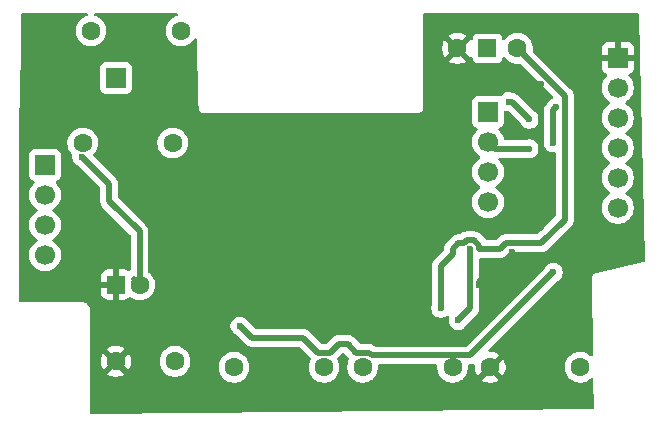
<source format=gbr>
%TF.GenerationSoftware,KiCad,Pcbnew,9.0.7*%
%TF.CreationDate,2026-02-17T01:21:17-06:00*%
%TF.ProjectId,Esp12-F,45737031-322d-4462-9e6b-696361645f70,rev?*%
%TF.SameCoordinates,Original*%
%TF.FileFunction,Copper,L2,Bot*%
%TF.FilePolarity,Positive*%
%FSLAX46Y46*%
G04 Gerber Fmt 4.6, Leading zero omitted, Abs format (unit mm)*
G04 Created by KiCad (PCBNEW 9.0.7) date 2026-02-17 01:21:17*
%MOMM*%
%LPD*%
G01*
G04 APERTURE LIST*
G04 Aperture macros list*
%AMRoundRect*
0 Rectangle with rounded corners*
0 $1 Rounding radius*
0 $2 $3 $4 $5 $6 $7 $8 $9 X,Y pos of 4 corners*
0 Add a 4 corners polygon primitive as box body*
4,1,4,$2,$3,$4,$5,$6,$7,$8,$9,$2,$3,0*
0 Add four circle primitives for the rounded corners*
1,1,$1+$1,$2,$3*
1,1,$1+$1,$4,$5*
1,1,$1+$1,$6,$7*
1,1,$1+$1,$8,$9*
0 Add four rect primitives between the rounded corners*
20,1,$1+$1,$2,$3,$4,$5,0*
20,1,$1+$1,$4,$5,$6,$7,0*
20,1,$1+$1,$6,$7,$8,$9,0*
20,1,$1+$1,$8,$9,$2,$3,0*%
G04 Aperture macros list end*
%TA.AperFunction,ComponentPad*%
%ADD10C,1.600000*%
%TD*%
%TA.AperFunction,ComponentPad*%
%ADD11RoundRect,0.250000X-0.550000X-0.550000X0.550000X-0.550000X0.550000X0.550000X-0.550000X0.550000X0*%
%TD*%
%TA.AperFunction,ComponentPad*%
%ADD12R,1.700000X1.700000*%
%TD*%
%TA.AperFunction,ComponentPad*%
%ADD13C,1.700000*%
%TD*%
%TA.AperFunction,ComponentPad*%
%ADD14R,1.500000X1.500000*%
%TD*%
%TA.AperFunction,ViaPad*%
%ADD15C,0.600000*%
%TD*%
%TA.AperFunction,Conductor*%
%ADD16C,0.500000*%
%TD*%
G04 APERTURE END LIST*
D10*
%TO.P,C2,1*%
%TO.N,GND*%
X122000000Y-107000000D03*
%TO.P,C2,2*%
%TO.N,3.3V*%
X127000000Y-107000000D03*
%TD*%
%TO.P,R3,1*%
%TO.N,GND*%
X153690000Y-107500000D03*
%TO.P,R3,2*%
%TO.N,Net-(U1-GPIO15)*%
X161310000Y-107500000D03*
%TD*%
D11*
%TO.P,C1,1*%
%TO.N,GND*%
X122000000Y-100500000D03*
D10*
%TO.P,C1,2*%
%TO.N,3.3V*%
X124000000Y-100500000D03*
%TD*%
D12*
%TO.P,J3,1,Pin_1*%
%TO.N,Net-(J3-Pin_1)*%
X116000000Y-90380000D03*
D13*
%TO.P,J3,2,Pin_2*%
%TO.N,Net-(J3-Pin_2)*%
X116000000Y-92920000D03*
%TO.P,J3,3,Pin_3*%
%TO.N,Net-(J3-Pin_3)*%
X116000000Y-95460000D03*
%TO.P,J3,4,Pin_4*%
%TO.N,Net-(J3-Pin_4)*%
X116000000Y-98000000D03*
%TD*%
D12*
%TO.P,J1,1,Pin_1*%
%TO.N,GND*%
X164500000Y-81300000D03*
D13*
%TO.P,J1,2,Pin_2*%
%TO.N,unconnected-(J1-Pin_2-Pad2)*%
X164500000Y-83840000D03*
%TO.P,J1,3,Pin_3*%
%TO.N,Net-(J1-Pin_3)*%
X164500000Y-86380000D03*
%TO.P,J1,4,Pin_4*%
%TO.N,Net-(J1-Pin_4)*%
X164500000Y-88920000D03*
%TO.P,J1,5,Pin_5*%
%TO.N,unconnected-(J1-Pin_5-Pad5)*%
X164500000Y-91460000D03*
%TO.P,J1,6,Pin_6*%
%TO.N,3.3V*%
X164500000Y-94000000D03*
%TD*%
D12*
%TO.P,J6,1,Pin_1*%
%TO.N,Net-(J1-Pin_4)*%
X153500000Y-85880000D03*
D13*
%TO.P,J6,2,Pin_2*%
%TO.N,Net-(J1-Pin_3)*%
X153500000Y-88420000D03*
%TO.P,J6,3,Pin_3*%
%TO.N,Net-(J6-Pin_3)*%
X153500000Y-90960000D03*
%TO.P,J6,4,Pin_4*%
%TO.N,Net-(J6-Pin_4)*%
X153500000Y-93500000D03*
%TD*%
D14*
%TO.P,SW2,1,A*%
%TO.N,Net-(SW2-A)*%
X153460000Y-80500000D03*
D10*
%TO.P,SW2,2,B*%
%TO.N,GND*%
X150920000Y-80500000D03*
%TO.P,SW2,3,C*%
%TO.N,Net-(SW2-C)*%
X156000000Y-80500000D03*
%TD*%
%TO.P,R2,1*%
%TO.N,3.3V*%
X119880000Y-79000000D03*
%TO.P,R2,2*%
%TO.N,Net-(U1-~{RST})*%
X127500000Y-79000000D03*
%TD*%
%TO.P,R4,1*%
%TO.N,3.3V*%
X150500000Y-107500000D03*
%TO.P,R4,2*%
%TO.N,Net-(U1-GPIO2)*%
X142880000Y-107500000D03*
%TD*%
%TO.P,R1,1*%
%TO.N,3.3V*%
X119190000Y-88500000D03*
%TO.P,R1,2*%
%TO.N,Net-(U1-EN)*%
X126810000Y-88500000D03*
%TD*%
D12*
%TO.P,RST,1,Pin_1*%
%TO.N,Net-(J9-Pin_1)*%
X122000000Y-83000000D03*
%TD*%
D10*
%TO.P,R5,1*%
%TO.N,3.3V*%
X132000000Y-107500000D03*
%TO.P,R5,2*%
%TO.N,Net-(SW2-C)*%
X139620000Y-107500000D03*
%TD*%
D15*
%TO.N,3.3V*%
X132500000Y-104000000D03*
X159030331Y-99469669D03*
X119105849Y-89664813D03*
%TO.N,GND*%
X155000000Y-83500000D03*
X152750000Y-100500000D03*
X158000000Y-95500000D03*
X157969669Y-83530331D03*
X155500000Y-97750000D03*
%TO.N,Net-(U1-GPIO2)*%
X150969669Y-103530331D03*
X152000000Y-97500000D03*
%TO.N,Net-(SW2-C)*%
X149500000Y-102500000D03*
%TO.N,Net-(J1-Pin_4)*%
X157000000Y-86500000D03*
X155250000Y-85000000D03*
%TO.N,Net-(J1-Pin_3)*%
X157000000Y-89000000D03*
X159000000Y-88500000D03*
X159250000Y-85500000D03*
%TD*%
D16*
%TO.N,3.3V*%
X121441036Y-93441036D02*
X124000000Y-96000000D01*
X143649182Y-106500000D02*
X143398182Y-106249000D01*
X123500000Y-100000000D02*
X124000000Y-100500000D01*
X139101818Y-106249000D02*
X137852818Y-105000000D01*
X141612818Y-105500000D02*
X140887182Y-105500000D01*
X140887182Y-105500000D02*
X140138182Y-106249000D01*
X143398182Y-106249000D02*
X142361818Y-106249000D01*
X142361818Y-106249000D02*
X141612818Y-105500000D01*
X159030331Y-99469669D02*
X152000000Y-106500000D01*
X152000000Y-106500000D02*
X143649182Y-106500000D01*
X124000000Y-96000000D02*
X124000000Y-100500000D01*
X137852818Y-105000000D02*
X133500000Y-105000000D01*
X140138182Y-106249000D02*
X139101818Y-106249000D01*
X121441036Y-92000000D02*
X121441036Y-93441036D01*
X133500000Y-105000000D02*
X132500000Y-104000000D01*
X119105849Y-89664813D02*
X121441036Y-92000000D01*
%TO.N,GND*%
X153500000Y-99500000D02*
X152701000Y-100299000D01*
X152701000Y-100500000D02*
X152750000Y-100500000D01*
X155000000Y-99500000D02*
X153500000Y-99500000D01*
X158000000Y-86000000D02*
X156750000Y-84750000D01*
X155500000Y-97750000D02*
X155500000Y-99000000D01*
X156750000Y-84750000D02*
X155500000Y-83500000D01*
X158000000Y-95500000D02*
X158000000Y-86000000D01*
X156750000Y-84750000D02*
X157969669Y-83530331D01*
X158000000Y-95500000D02*
X158000000Y-95719669D01*
X155500000Y-99000000D02*
X155000000Y-99500000D01*
X152701000Y-100299000D02*
X152701000Y-100500000D01*
X155500000Y-83500000D02*
X155000000Y-83500000D01*
%TO.N,Net-(U1-GPIO2)*%
X150969669Y-103530331D02*
X152000000Y-102500000D01*
X152000000Y-102500000D02*
X152000000Y-97500000D01*
%TO.N,Net-(SW2-C)*%
X150500000Y-97500000D02*
X151000000Y-97000000D01*
X151000000Y-97000000D02*
X151437925Y-97000000D01*
X152311075Y-96749000D02*
X152751000Y-97188925D01*
X160000000Y-84500000D02*
X156000000Y-80500000D01*
X155000000Y-97000000D02*
X158000000Y-97000000D01*
X152751000Y-97500000D02*
X154500000Y-97500000D01*
X150500000Y-97937925D02*
X150500000Y-97500000D01*
X160000000Y-95000000D02*
X160000000Y-84500000D01*
X151437925Y-97000000D02*
X151688925Y-96749000D01*
X151688925Y-96749000D02*
X152311075Y-96749000D01*
X154500000Y-97500000D02*
X155000000Y-97000000D01*
X152751000Y-97188925D02*
X152751000Y-97500000D01*
X149500000Y-98937925D02*
X150500000Y-97937925D01*
X158000000Y-97000000D02*
X160000000Y-95000000D01*
X149500000Y-102500000D02*
X149500000Y-98937925D01*
%TO.N,Net-(J1-Pin_4)*%
X155250000Y-85000000D02*
X155500000Y-85000000D01*
X155500000Y-85000000D02*
X157000000Y-86500000D01*
%TO.N,Net-(J1-Pin_3)*%
X159000000Y-85750000D02*
X159000000Y-88500000D01*
X157000000Y-89000000D02*
X154080000Y-89000000D01*
X154080000Y-89000000D02*
X153500000Y-88420000D01*
X159250000Y-85500000D02*
X159000000Y-85750000D01*
%TD*%
%TA.AperFunction,Conductor*%
%TO.N,GND*%
G36*
X119570614Y-77520185D02*
G01*
X119616369Y-77572989D01*
X119626313Y-77642147D01*
X119597288Y-77705703D01*
X119541894Y-77742431D01*
X119380776Y-77794781D01*
X119198386Y-77887715D01*
X119032786Y-78008028D01*
X118888028Y-78152786D01*
X118767715Y-78318386D01*
X118674781Y-78500776D01*
X118611522Y-78695465D01*
X118579500Y-78897648D01*
X118579500Y-79102351D01*
X118611522Y-79304534D01*
X118674781Y-79499223D01*
X118679271Y-79508034D01*
X118765959Y-79678168D01*
X118767715Y-79681613D01*
X118888028Y-79847213D01*
X119032786Y-79991971D01*
X119171585Y-80092812D01*
X119198390Y-80112287D01*
X119314607Y-80171503D01*
X119380776Y-80205218D01*
X119380778Y-80205218D01*
X119380781Y-80205220D01*
X119485137Y-80239127D01*
X119575465Y-80268477D01*
X119676557Y-80284488D01*
X119777648Y-80300500D01*
X119777649Y-80300500D01*
X119982351Y-80300500D01*
X119982352Y-80300500D01*
X120184534Y-80268477D01*
X120379219Y-80205220D01*
X120561610Y-80112287D01*
X120654590Y-80044732D01*
X120727213Y-79991971D01*
X120727215Y-79991968D01*
X120727219Y-79991966D01*
X120871966Y-79847219D01*
X120871968Y-79847215D01*
X120871971Y-79847213D01*
X120938630Y-79755463D01*
X120992287Y-79681610D01*
X121085220Y-79499219D01*
X121148477Y-79304534D01*
X121180500Y-79102352D01*
X121180500Y-78897648D01*
X121148477Y-78695466D01*
X121085220Y-78500781D01*
X121085218Y-78500778D01*
X121085218Y-78500776D01*
X121051503Y-78434607D01*
X120992287Y-78318390D01*
X120961123Y-78275496D01*
X120871971Y-78152786D01*
X120727213Y-78008028D01*
X120561613Y-77887715D01*
X120561612Y-77887714D01*
X120561610Y-77887713D01*
X120504653Y-77858691D01*
X120379223Y-77794781D01*
X120218106Y-77742431D01*
X120160431Y-77702993D01*
X120133233Y-77638634D01*
X120145148Y-77569788D01*
X120192392Y-77518312D01*
X120256425Y-77500500D01*
X127123575Y-77500500D01*
X127190614Y-77520185D01*
X127236369Y-77572989D01*
X127246313Y-77642147D01*
X127217288Y-77705703D01*
X127161894Y-77742431D01*
X127000776Y-77794781D01*
X126818386Y-77887715D01*
X126652786Y-78008028D01*
X126508028Y-78152786D01*
X126387715Y-78318386D01*
X126294781Y-78500776D01*
X126231522Y-78695465D01*
X126199500Y-78897648D01*
X126199500Y-79102351D01*
X126231522Y-79304534D01*
X126294781Y-79499223D01*
X126299271Y-79508034D01*
X126385959Y-79678168D01*
X126387715Y-79681613D01*
X126508028Y-79847213D01*
X126652786Y-79991971D01*
X126791585Y-80092812D01*
X126818390Y-80112287D01*
X126934607Y-80171503D01*
X127000776Y-80205218D01*
X127000778Y-80205218D01*
X127000781Y-80205220D01*
X127105137Y-80239127D01*
X127195465Y-80268477D01*
X127296557Y-80284488D01*
X127397648Y-80300500D01*
X127397649Y-80300500D01*
X127602351Y-80300500D01*
X127602352Y-80300500D01*
X127804534Y-80268477D01*
X127999219Y-80205220D01*
X128181610Y-80112287D01*
X128274590Y-80044732D01*
X128347213Y-79991971D01*
X128347215Y-79991968D01*
X128347219Y-79991966D01*
X128491966Y-79847219D01*
X128491968Y-79847215D01*
X128491971Y-79847213D01*
X128612287Y-79681610D01*
X128614832Y-79677458D01*
X128615991Y-79678168D01*
X128659711Y-79631853D01*
X128727527Y-79615039D01*
X128793668Y-79637559D01*
X128837135Y-79692263D01*
X128846206Y-79735634D01*
X128989454Y-85128443D01*
X128999500Y-85506650D01*
X128999500Y-85565892D01*
X129001246Y-85572411D01*
X129001426Y-85579158D01*
X129001426Y-85579160D01*
X129017807Y-85634387D01*
X129018279Y-85635980D01*
X129033608Y-85693186D01*
X129036982Y-85699030D01*
X129038902Y-85705502D01*
X129038904Y-85705507D01*
X129069015Y-85754601D01*
X129070694Y-85757422D01*
X129099500Y-85807314D01*
X129099504Y-85807318D01*
X129103605Y-85812663D01*
X129107798Y-85817837D01*
X129107800Y-85817839D01*
X129107801Y-85817840D01*
X129150793Y-85858607D01*
X129192686Y-85900500D01*
X129198531Y-85903874D01*
X129203429Y-85908519D01*
X129254071Y-85935991D01*
X129256908Y-85937580D01*
X129306811Y-85966391D01*
X129306813Y-85966391D01*
X129306814Y-85966392D01*
X129309014Y-85966981D01*
X129313334Y-85968138D01*
X129319266Y-85971357D01*
X129376876Y-85985164D01*
X129434108Y-86000500D01*
X129440858Y-86000500D01*
X129447421Y-86002073D01*
X129506645Y-86000500D01*
X147434108Y-86000500D01*
X147565892Y-86000500D01*
X147693186Y-85966392D01*
X147807314Y-85900500D01*
X147900500Y-85807314D01*
X147966392Y-85693186D01*
X148000500Y-85565892D01*
X148000500Y-84982135D01*
X152149500Y-84982135D01*
X152149500Y-86777870D01*
X152149501Y-86777876D01*
X152155908Y-86837483D01*
X152206202Y-86972328D01*
X152206206Y-86972335D01*
X152292452Y-87087544D01*
X152292455Y-87087547D01*
X152407664Y-87173793D01*
X152407671Y-87173797D01*
X152539082Y-87222810D01*
X152595016Y-87264681D01*
X152619433Y-87330145D01*
X152604582Y-87398418D01*
X152583431Y-87426673D01*
X152469889Y-87540215D01*
X152344951Y-87712179D01*
X152248444Y-87901585D01*
X152182753Y-88103760D01*
X152149500Y-88313713D01*
X152149500Y-88526286D01*
X152182319Y-88733501D01*
X152182754Y-88736243D01*
X152242835Y-88921153D01*
X152248444Y-88938414D01*
X152344951Y-89127820D01*
X152469890Y-89299786D01*
X152620213Y-89450109D01*
X152792182Y-89575050D01*
X152800946Y-89579516D01*
X152851742Y-89627491D01*
X152868536Y-89695312D01*
X152845998Y-89761447D01*
X152800946Y-89800484D01*
X152792182Y-89804949D01*
X152620213Y-89929890D01*
X152469890Y-90080213D01*
X152344951Y-90252179D01*
X152248444Y-90441585D01*
X152182753Y-90643760D01*
X152149500Y-90853713D01*
X152149500Y-91066287D01*
X152182754Y-91276243D01*
X152246468Y-91472335D01*
X152248444Y-91478414D01*
X152344951Y-91667820D01*
X152469890Y-91839786D01*
X152620213Y-91990109D01*
X152792182Y-92115050D01*
X152800946Y-92119516D01*
X152851742Y-92167491D01*
X152868536Y-92235312D01*
X152845998Y-92301447D01*
X152800946Y-92340484D01*
X152792182Y-92344949D01*
X152620213Y-92469890D01*
X152469890Y-92620213D01*
X152344951Y-92792179D01*
X152248444Y-92981585D01*
X152182753Y-93183760D01*
X152149500Y-93393713D01*
X152149500Y-93606287D01*
X152182754Y-93816243D01*
X152226248Y-93950104D01*
X152248444Y-94018414D01*
X152344951Y-94207820D01*
X152469890Y-94379786D01*
X152620213Y-94530109D01*
X152792179Y-94655048D01*
X152792181Y-94655049D01*
X152792184Y-94655051D01*
X152981588Y-94751557D01*
X153183757Y-94817246D01*
X153393713Y-94850500D01*
X153393714Y-94850500D01*
X153606286Y-94850500D01*
X153606287Y-94850500D01*
X153816243Y-94817246D01*
X154018412Y-94751557D01*
X154207816Y-94655051D01*
X154231601Y-94637770D01*
X154379786Y-94530109D01*
X154379788Y-94530106D01*
X154379792Y-94530104D01*
X154530104Y-94379792D01*
X154530106Y-94379788D01*
X154530109Y-94379786D01*
X154655048Y-94207820D01*
X154655047Y-94207820D01*
X154655051Y-94207816D01*
X154751557Y-94018412D01*
X154817246Y-93816243D01*
X154850500Y-93606287D01*
X154850500Y-93393713D01*
X154817246Y-93183757D01*
X154751557Y-92981588D01*
X154655051Y-92792184D01*
X154655049Y-92792181D01*
X154655048Y-92792179D01*
X154530109Y-92620213D01*
X154379786Y-92469890D01*
X154207820Y-92344951D01*
X154207115Y-92344591D01*
X154199054Y-92340485D01*
X154148259Y-92292512D01*
X154131463Y-92224692D01*
X154153999Y-92158556D01*
X154199054Y-92119515D01*
X154207816Y-92115051D01*
X154310820Y-92040215D01*
X154379786Y-91990109D01*
X154379788Y-91990106D01*
X154379792Y-91990104D01*
X154530104Y-91839792D01*
X154530106Y-91839788D01*
X154530109Y-91839786D01*
X154655048Y-91667820D01*
X154655047Y-91667820D01*
X154655051Y-91667816D01*
X154751557Y-91478412D01*
X154817246Y-91276243D01*
X154850500Y-91066287D01*
X154850500Y-90853713D01*
X154817246Y-90643757D01*
X154751557Y-90441588D01*
X154655051Y-90252184D01*
X154655049Y-90252181D01*
X154655048Y-90252179D01*
X154530109Y-90080213D01*
X154412077Y-89962181D01*
X154378592Y-89900858D01*
X154383576Y-89831166D01*
X154425448Y-89775233D01*
X154490912Y-89750816D01*
X154499758Y-89750500D01*
X156695396Y-89750500D01*
X156742844Y-89759937D01*
X156766503Y-89769737D01*
X156766508Y-89769738D01*
X156766511Y-89769739D01*
X156921153Y-89800499D01*
X156921156Y-89800500D01*
X156921158Y-89800500D01*
X157078844Y-89800500D01*
X157078845Y-89800499D01*
X157233497Y-89769737D01*
X157379179Y-89709394D01*
X157510289Y-89621789D01*
X157621789Y-89510289D01*
X157709394Y-89379179D01*
X157769737Y-89233497D01*
X157800500Y-89078842D01*
X157800500Y-88921158D01*
X157800500Y-88921155D01*
X157800499Y-88921153D01*
X157792148Y-88879172D01*
X157769737Y-88766503D01*
X157756062Y-88733489D01*
X157709397Y-88620827D01*
X157709390Y-88620814D01*
X157621789Y-88489711D01*
X157621786Y-88489707D01*
X157510292Y-88378213D01*
X157510288Y-88378210D01*
X157379185Y-88290609D01*
X157379172Y-88290602D01*
X157233501Y-88230264D01*
X157233489Y-88230261D01*
X157078845Y-88199500D01*
X157078842Y-88199500D01*
X156921158Y-88199500D01*
X156921155Y-88199500D01*
X156766511Y-88230260D01*
X156766506Y-88230262D01*
X156766504Y-88230262D01*
X156766503Y-88230263D01*
X156742844Y-88240062D01*
X156695396Y-88249500D01*
X154946235Y-88249500D01*
X154879196Y-88229815D01*
X154833441Y-88177011D01*
X154823762Y-88144897D01*
X154817247Y-88103761D01*
X154817246Y-88103760D01*
X154817246Y-88103757D01*
X154751557Y-87901588D01*
X154655051Y-87712184D01*
X154655049Y-87712181D01*
X154655048Y-87712179D01*
X154530109Y-87540213D01*
X154416569Y-87426673D01*
X154383084Y-87365350D01*
X154388068Y-87295658D01*
X154429940Y-87239725D01*
X154460915Y-87222810D01*
X154592331Y-87173796D01*
X154707546Y-87087546D01*
X154793796Y-86972331D01*
X154844091Y-86837483D01*
X154850500Y-86777873D01*
X154850499Y-85886553D01*
X154870183Y-85819515D01*
X154922987Y-85773760D01*
X154992146Y-85763816D01*
X154996220Y-85764471D01*
X155009489Y-85766831D01*
X155016503Y-85769737D01*
X155171158Y-85800500D01*
X155198717Y-85800500D01*
X155209491Y-85802417D01*
X155231368Y-85813302D01*
X155254809Y-85820185D01*
X155270313Y-85832678D01*
X155272046Y-85833541D01*
X155272659Y-85834569D01*
X155275451Y-85836819D01*
X156253926Y-86815293D01*
X156280805Y-86855519D01*
X156290603Y-86879172D01*
X156290606Y-86879178D01*
X156290609Y-86879185D01*
X156378210Y-87010288D01*
X156378213Y-87010292D01*
X156489707Y-87121786D01*
X156489711Y-87121789D01*
X156620814Y-87209390D01*
X156620827Y-87209397D01*
X156766498Y-87269735D01*
X156766503Y-87269737D01*
X156892402Y-87294780D01*
X156921153Y-87300499D01*
X156921156Y-87300500D01*
X156921158Y-87300500D01*
X157078844Y-87300500D01*
X157078845Y-87300499D01*
X157233497Y-87269737D01*
X157379179Y-87209394D01*
X157510289Y-87121789D01*
X157621789Y-87010289D01*
X157709394Y-86879179D01*
X157769737Y-86733497D01*
X157800500Y-86578842D01*
X157800500Y-86421158D01*
X157800500Y-86421155D01*
X157800499Y-86421153D01*
X157769738Y-86266510D01*
X157769737Y-86266503D01*
X157769735Y-86266498D01*
X157709397Y-86120827D01*
X157709390Y-86120814D01*
X157621789Y-85989711D01*
X157621786Y-85989707D01*
X157510292Y-85878213D01*
X157510288Y-85878210D01*
X157379185Y-85790609D01*
X157379180Y-85790607D01*
X157379179Y-85790606D01*
X157355519Y-85780805D01*
X157315293Y-85753926D01*
X155978421Y-84417052D01*
X155978414Y-84417046D01*
X155878818Y-84350499D01*
X155878817Y-84350499D01*
X155855495Y-84334916D01*
X155855488Y-84334912D01*
X155718917Y-84278343D01*
X155718907Y-84278340D01*
X155573920Y-84249500D01*
X155573918Y-84249500D01*
X155554604Y-84249500D01*
X155507155Y-84240062D01*
X155483497Y-84230263D01*
X155483493Y-84230262D01*
X155483488Y-84230260D01*
X155328845Y-84199500D01*
X155328842Y-84199500D01*
X155171158Y-84199500D01*
X155171155Y-84199500D01*
X155016510Y-84230261D01*
X155016498Y-84230264D01*
X154870827Y-84290602D01*
X154870814Y-84290609D01*
X154739711Y-84378210D01*
X154739707Y-84378213D01*
X154628215Y-84489705D01*
X154628208Y-84489713D01*
X154623945Y-84496094D01*
X154570330Y-84540896D01*
X154501004Y-84549599D01*
X154477517Y-84543380D01*
X154457484Y-84535909D01*
X154457483Y-84535908D01*
X154397883Y-84529501D01*
X154397881Y-84529500D01*
X154397873Y-84529500D01*
X154397864Y-84529500D01*
X152602129Y-84529500D01*
X152602123Y-84529501D01*
X152542516Y-84535908D01*
X152407671Y-84586202D01*
X152407664Y-84586206D01*
X152292455Y-84672452D01*
X152292452Y-84672455D01*
X152206206Y-84787664D01*
X152206202Y-84787671D01*
X152155908Y-84922517D01*
X152149501Y-84982116D01*
X152149500Y-84982135D01*
X148000500Y-84982135D01*
X148000500Y-77624500D01*
X148020185Y-77557461D01*
X148072989Y-77511706D01*
X148124500Y-77500500D01*
X166163750Y-77500500D01*
X166230789Y-77520185D01*
X166276544Y-77572989D01*
X166287718Y-77621683D01*
X166762196Y-98498778D01*
X166744040Y-98566247D01*
X166692289Y-98613190D01*
X166665127Y-98622642D01*
X162726763Y-99497835D01*
X162714625Y-99500532D01*
X162698922Y-99500828D01*
X162650531Y-99514773D01*
X162646792Y-99515605D01*
X162646772Y-99515611D01*
X162601318Y-99525712D01*
X162601315Y-99525713D01*
X162598412Y-99527226D01*
X162598413Y-99527227D01*
X162587387Y-99532974D01*
X162572292Y-99537325D01*
X162529138Y-99563333D01*
X162525731Y-99565109D01*
X162525728Y-99565109D01*
X162484458Y-99586621D01*
X162482035Y-99588844D01*
X162462242Y-99603653D01*
X162459424Y-99605351D01*
X162427138Y-99638875D01*
X162421645Y-99644235D01*
X162387343Y-99675700D01*
X162387339Y-99675704D01*
X162385573Y-99678480D01*
X162378904Y-99688960D01*
X162368008Y-99700275D01*
X162343650Y-99744357D01*
X162341584Y-99747604D01*
X162341583Y-99747607D01*
X162316588Y-99786886D01*
X162315604Y-99790014D01*
X162315603Y-99790013D01*
X162311869Y-99801873D01*
X162304274Y-99815622D01*
X162292152Y-99864520D01*
X162291000Y-99868181D01*
X162290997Y-99868192D01*
X162277023Y-99912588D01*
X162277023Y-99912593D01*
X162276881Y-99915869D01*
X162276882Y-99915870D01*
X162276346Y-99928287D01*
X162272567Y-99943535D01*
X162273513Y-99993892D01*
X162273348Y-99997733D01*
X162271341Y-100044253D01*
X162271342Y-100044256D01*
X162272054Y-100047461D01*
X162274983Y-100072018D01*
X162394873Y-106444015D01*
X162376453Y-106511413D01*
X162324519Y-106558153D01*
X162255560Y-106569396D01*
X162191470Y-106541572D01*
X162183214Y-106534029D01*
X162157213Y-106508028D01*
X161991613Y-106387715D01*
X161991612Y-106387714D01*
X161991610Y-106387713D01*
X161934653Y-106358691D01*
X161809223Y-106294781D01*
X161614534Y-106231522D01*
X161439995Y-106203878D01*
X161412352Y-106199500D01*
X161207648Y-106199500D01*
X161183329Y-106203351D01*
X161005465Y-106231522D01*
X160810776Y-106294781D01*
X160628386Y-106387715D01*
X160462786Y-106508028D01*
X160318028Y-106652786D01*
X160197715Y-106818386D01*
X160104781Y-107000776D01*
X160041522Y-107195465D01*
X160009500Y-107397648D01*
X160009500Y-107602351D01*
X160041522Y-107804534D01*
X160104781Y-107999223D01*
X160162391Y-108112287D01*
X160197585Y-108181359D01*
X160197715Y-108181613D01*
X160318028Y-108347213D01*
X160462786Y-108491971D01*
X160583226Y-108579474D01*
X160628390Y-108612287D01*
X160744607Y-108671503D01*
X160810776Y-108705218D01*
X160810778Y-108705218D01*
X160810781Y-108705220D01*
X160915137Y-108739127D01*
X161005465Y-108768477D01*
X161106557Y-108784488D01*
X161207648Y-108800500D01*
X161207649Y-108800500D01*
X161412351Y-108800500D01*
X161412352Y-108800500D01*
X161614534Y-108768477D01*
X161809219Y-108705220D01*
X161991610Y-108612287D01*
X162157219Y-108491966D01*
X162222134Y-108427050D01*
X162283453Y-108393568D01*
X162353145Y-108398552D01*
X162409079Y-108440423D01*
X162433496Y-108505887D01*
X162433790Y-108512401D01*
X162479344Y-110933523D01*
X162460924Y-111000921D01*
X162408990Y-111047661D01*
X162356483Y-111059851D01*
X119899835Y-111442342D01*
X119832621Y-111423262D01*
X119786392Y-111370872D01*
X119774718Y-111318347D01*
X119774718Y-106897682D01*
X120700000Y-106897682D01*
X120700000Y-107102317D01*
X120732009Y-107304417D01*
X120795244Y-107499031D01*
X120888141Y-107681350D01*
X120888147Y-107681359D01*
X120920523Y-107725921D01*
X120920524Y-107725922D01*
X121600000Y-107046446D01*
X121600000Y-107052661D01*
X121627259Y-107154394D01*
X121679920Y-107245606D01*
X121754394Y-107320080D01*
X121845606Y-107372741D01*
X121947339Y-107400000D01*
X121953553Y-107400000D01*
X121274076Y-108079474D01*
X121318650Y-108111859D01*
X121500968Y-108204755D01*
X121695582Y-108267990D01*
X121897683Y-108300000D01*
X122102317Y-108300000D01*
X122304417Y-108267990D01*
X122499031Y-108204755D01*
X122681349Y-108111859D01*
X122725921Y-108079474D01*
X122046447Y-107400000D01*
X122052661Y-107400000D01*
X122154394Y-107372741D01*
X122245606Y-107320080D01*
X122320080Y-107245606D01*
X122372741Y-107154394D01*
X122400000Y-107052661D01*
X122400000Y-107046447D01*
X123079474Y-107725921D01*
X123111859Y-107681349D01*
X123204755Y-107499031D01*
X123267990Y-107304417D01*
X123300000Y-107102317D01*
X123300000Y-106897682D01*
X123299995Y-106897648D01*
X125699500Y-106897648D01*
X125699500Y-107102351D01*
X125731522Y-107304534D01*
X125794781Y-107499223D01*
X125822010Y-107552661D01*
X125887585Y-107681359D01*
X125887715Y-107681613D01*
X126008028Y-107847213D01*
X126152786Y-107991971D01*
X126273226Y-108079474D01*
X126318390Y-108112287D01*
X126434607Y-108171503D01*
X126500776Y-108205218D01*
X126500778Y-108205218D01*
X126500781Y-108205220D01*
X126605137Y-108239127D01*
X126695465Y-108268477D01*
X126796557Y-108284488D01*
X126897648Y-108300500D01*
X126897649Y-108300500D01*
X127102351Y-108300500D01*
X127102352Y-108300500D01*
X127304534Y-108268477D01*
X127499219Y-108205220D01*
X127681610Y-108112287D01*
X127837231Y-107999223D01*
X127847213Y-107991971D01*
X127847215Y-107991968D01*
X127847219Y-107991966D01*
X127991966Y-107847219D01*
X127991968Y-107847215D01*
X127991971Y-107847213D01*
X128044732Y-107774590D01*
X128112287Y-107681610D01*
X128205220Y-107499219D01*
X128238222Y-107397648D01*
X130699500Y-107397648D01*
X130699500Y-107602351D01*
X130731522Y-107804534D01*
X130794781Y-107999223D01*
X130852391Y-108112287D01*
X130887585Y-108181359D01*
X130887715Y-108181613D01*
X131008028Y-108347213D01*
X131152786Y-108491971D01*
X131273226Y-108579474D01*
X131318390Y-108612287D01*
X131434607Y-108671503D01*
X131500776Y-108705218D01*
X131500778Y-108705218D01*
X131500781Y-108705220D01*
X131605137Y-108739127D01*
X131695465Y-108768477D01*
X131796557Y-108784488D01*
X131897648Y-108800500D01*
X131897649Y-108800500D01*
X132102351Y-108800500D01*
X132102352Y-108800500D01*
X132304534Y-108768477D01*
X132499219Y-108705220D01*
X132681610Y-108612287D01*
X132774590Y-108544732D01*
X132847213Y-108491971D01*
X132847215Y-108491968D01*
X132847219Y-108491966D01*
X132991966Y-108347219D01*
X132991968Y-108347215D01*
X132991971Y-108347213D01*
X133049529Y-108267990D01*
X133112287Y-108181610D01*
X133205220Y-107999219D01*
X133268477Y-107804534D01*
X133300500Y-107602352D01*
X133300500Y-107397648D01*
X133280312Y-107270185D01*
X133268477Y-107195465D01*
X133222077Y-107052661D01*
X133205220Y-107000781D01*
X133205218Y-107000778D01*
X133205218Y-107000776D01*
X133126154Y-106845606D01*
X133112287Y-106818390D01*
X133080092Y-106774077D01*
X132991971Y-106652786D01*
X132847213Y-106508028D01*
X132681613Y-106387715D01*
X132681612Y-106387714D01*
X132681610Y-106387713D01*
X132624653Y-106358691D01*
X132499223Y-106294781D01*
X132304534Y-106231522D01*
X132129995Y-106203878D01*
X132102352Y-106199500D01*
X131897648Y-106199500D01*
X131873329Y-106203351D01*
X131695465Y-106231522D01*
X131500776Y-106294781D01*
X131318386Y-106387715D01*
X131152786Y-106508028D01*
X131008028Y-106652786D01*
X130887715Y-106818386D01*
X130794781Y-107000776D01*
X130731522Y-107195465D01*
X130699500Y-107397648D01*
X128238222Y-107397648D01*
X128268477Y-107304534D01*
X128300500Y-107102352D01*
X128300500Y-106897648D01*
X128280928Y-106774076D01*
X128268477Y-106695465D01*
X128216023Y-106534029D01*
X128205220Y-106500781D01*
X128205218Y-106500778D01*
X128205218Y-106500776D01*
X128147610Y-106387715D01*
X128112287Y-106318390D01*
X128095134Y-106294781D01*
X127991971Y-106152786D01*
X127847213Y-106008028D01*
X127681613Y-105887715D01*
X127681612Y-105887714D01*
X127681610Y-105887713D01*
X127624653Y-105858691D01*
X127499223Y-105794781D01*
X127304534Y-105731522D01*
X127129995Y-105703878D01*
X127102352Y-105699500D01*
X126897648Y-105699500D01*
X126873329Y-105703351D01*
X126695465Y-105731522D01*
X126500776Y-105794781D01*
X126318386Y-105887715D01*
X126152786Y-106008028D01*
X126008028Y-106152786D01*
X125887715Y-106318386D01*
X125794781Y-106500776D01*
X125731522Y-106695465D01*
X125699500Y-106897648D01*
X123299995Y-106897648D01*
X123267990Y-106695582D01*
X123204755Y-106500968D01*
X123111859Y-106318650D01*
X123079474Y-106274077D01*
X123079474Y-106274076D01*
X122400000Y-106953551D01*
X122400000Y-106947339D01*
X122372741Y-106845606D01*
X122320080Y-106754394D01*
X122245606Y-106679920D01*
X122154394Y-106627259D01*
X122052661Y-106600000D01*
X122046446Y-106600000D01*
X122725922Y-105920524D01*
X122725921Y-105920523D01*
X122681359Y-105888147D01*
X122681350Y-105888141D01*
X122499031Y-105795244D01*
X122304417Y-105732009D01*
X122102317Y-105700000D01*
X121897683Y-105700000D01*
X121695582Y-105732009D01*
X121500968Y-105795244D01*
X121318644Y-105888143D01*
X121274077Y-105920523D01*
X121274077Y-105920524D01*
X121953554Y-106600000D01*
X121947339Y-106600000D01*
X121845606Y-106627259D01*
X121754394Y-106679920D01*
X121679920Y-106754394D01*
X121627259Y-106845606D01*
X121600000Y-106947339D01*
X121600000Y-106953553D01*
X120920524Y-106274077D01*
X120920523Y-106274077D01*
X120888143Y-106318644D01*
X120795244Y-106500968D01*
X120732009Y-106695582D01*
X120700000Y-106897682D01*
X119774718Y-106897682D01*
X119774718Y-103921153D01*
X131699500Y-103921153D01*
X131699500Y-104078846D01*
X131730261Y-104233489D01*
X131730264Y-104233501D01*
X131790602Y-104379172D01*
X131790609Y-104379185D01*
X131878210Y-104510288D01*
X131878213Y-104510292D01*
X131989710Y-104621789D01*
X132120815Y-104709390D01*
X132120821Y-104709394D01*
X132144475Y-104719191D01*
X132184703Y-104746071D01*
X132917049Y-105478416D01*
X133021584Y-105582951D01*
X133021587Y-105582953D01*
X133021588Y-105582954D01*
X133144503Y-105665083D01*
X133144506Y-105665085D01*
X133194665Y-105685861D01*
X133201080Y-105688518D01*
X133281088Y-105721659D01*
X133397241Y-105744763D01*
X133420380Y-105749365D01*
X133426081Y-105750500D01*
X133426082Y-105750500D01*
X133426083Y-105750500D01*
X133573918Y-105750500D01*
X137490588Y-105750500D01*
X137557627Y-105770185D01*
X137578269Y-105786819D01*
X138478480Y-106687030D01*
X138511965Y-106748353D01*
X138506981Y-106818045D01*
X138501284Y-106831006D01*
X138414782Y-107000776D01*
X138414781Y-107000778D01*
X138414780Y-107000781D01*
X138400815Y-107043759D01*
X138351522Y-107195465D01*
X138319500Y-107397648D01*
X138319500Y-107602351D01*
X138351522Y-107804534D01*
X138414781Y-107999223D01*
X138472391Y-108112287D01*
X138507585Y-108181359D01*
X138507715Y-108181613D01*
X138628028Y-108347213D01*
X138772786Y-108491971D01*
X138893226Y-108579474D01*
X138938390Y-108612287D01*
X139054607Y-108671503D01*
X139120776Y-108705218D01*
X139120778Y-108705218D01*
X139120781Y-108705220D01*
X139225137Y-108739127D01*
X139315465Y-108768477D01*
X139416557Y-108784488D01*
X139517648Y-108800500D01*
X139517649Y-108800500D01*
X139722351Y-108800500D01*
X139722352Y-108800500D01*
X139924534Y-108768477D01*
X140119219Y-108705220D01*
X140301610Y-108612287D01*
X140394590Y-108544732D01*
X140467213Y-108491971D01*
X140467215Y-108491968D01*
X140467219Y-108491966D01*
X140611966Y-108347219D01*
X140611968Y-108347215D01*
X140611971Y-108347213D01*
X140669529Y-108267990D01*
X140732287Y-108181610D01*
X140825220Y-107999219D01*
X140888477Y-107804534D01*
X140920500Y-107602352D01*
X140920500Y-107397648D01*
X140900312Y-107270185D01*
X140888477Y-107195465D01*
X140842077Y-107052661D01*
X140825220Y-107000781D01*
X140825218Y-107000778D01*
X140825218Y-107000776D01*
X140738715Y-106831006D01*
X140725819Y-106762337D01*
X140752095Y-106697596D01*
X140761519Y-106687030D01*
X140947582Y-106500968D01*
X141161731Y-106286819D01*
X141188658Y-106272115D01*
X141214477Y-106255523D01*
X141220677Y-106254631D01*
X141223054Y-106253334D01*
X141249412Y-106250500D01*
X141250588Y-106250500D01*
X141317627Y-106270185D01*
X141338269Y-106286819D01*
X141738480Y-106687030D01*
X141771965Y-106748353D01*
X141766981Y-106818045D01*
X141761284Y-106831006D01*
X141674782Y-107000776D01*
X141674781Y-107000778D01*
X141674780Y-107000781D01*
X141660815Y-107043759D01*
X141611522Y-107195465D01*
X141579500Y-107397648D01*
X141579500Y-107602351D01*
X141611522Y-107804534D01*
X141674781Y-107999223D01*
X141732391Y-108112287D01*
X141767585Y-108181359D01*
X141767715Y-108181613D01*
X141888028Y-108347213D01*
X142032786Y-108491971D01*
X142153226Y-108579474D01*
X142198390Y-108612287D01*
X142314607Y-108671503D01*
X142380776Y-108705218D01*
X142380778Y-108705218D01*
X142380781Y-108705220D01*
X142485137Y-108739127D01*
X142575465Y-108768477D01*
X142676557Y-108784488D01*
X142777648Y-108800500D01*
X142777649Y-108800500D01*
X142982351Y-108800500D01*
X142982352Y-108800500D01*
X143184534Y-108768477D01*
X143379219Y-108705220D01*
X143561610Y-108612287D01*
X143654590Y-108544732D01*
X143727213Y-108491971D01*
X143727215Y-108491968D01*
X143727219Y-108491966D01*
X143871966Y-108347219D01*
X143871968Y-108347215D01*
X143871971Y-108347213D01*
X143929529Y-108267990D01*
X143992287Y-108181610D01*
X144085220Y-107999219D01*
X144148477Y-107804534D01*
X144180500Y-107602352D01*
X144180500Y-107397648D01*
X144179905Y-107393893D01*
X144188861Y-107324603D01*
X144233858Y-107271152D01*
X144300610Y-107250513D01*
X144302379Y-107250500D01*
X149077621Y-107250500D01*
X149144660Y-107270185D01*
X149190415Y-107322989D01*
X149200359Y-107392147D01*
X149200113Y-107393777D01*
X149199500Y-107397648D01*
X149199500Y-107397653D01*
X149199500Y-107602351D01*
X149231522Y-107804534D01*
X149294781Y-107999223D01*
X149352391Y-108112287D01*
X149387585Y-108181359D01*
X149387715Y-108181613D01*
X149508028Y-108347213D01*
X149652786Y-108491971D01*
X149773226Y-108579474D01*
X149818390Y-108612287D01*
X149934607Y-108671503D01*
X150000776Y-108705218D01*
X150000778Y-108705218D01*
X150000781Y-108705220D01*
X150105137Y-108739127D01*
X150195465Y-108768477D01*
X150296557Y-108784488D01*
X150397648Y-108800500D01*
X150397649Y-108800500D01*
X150602351Y-108800500D01*
X150602352Y-108800500D01*
X150804534Y-108768477D01*
X150999219Y-108705220D01*
X151181610Y-108612287D01*
X151274590Y-108544732D01*
X151347213Y-108491971D01*
X151347215Y-108491968D01*
X151347219Y-108491966D01*
X151491966Y-108347219D01*
X151491968Y-108347215D01*
X151491971Y-108347213D01*
X151549529Y-108267990D01*
X151612287Y-108181610D01*
X151705220Y-107999219D01*
X151768477Y-107804534D01*
X151800500Y-107602352D01*
X151800500Y-107397648D01*
X151799905Y-107393893D01*
X151808861Y-107324603D01*
X151853858Y-107271152D01*
X151920610Y-107250513D01*
X151922379Y-107250500D01*
X152073920Y-107250500D01*
X152171462Y-107231096D01*
X152218913Y-107221658D01*
X152227281Y-107218191D01*
X152296747Y-107210719D01*
X152359228Y-107241990D01*
X152394884Y-107302077D01*
X152397212Y-107352146D01*
X152390000Y-107397686D01*
X152390000Y-107602317D01*
X152422009Y-107804417D01*
X152485244Y-107999031D01*
X152578141Y-108181350D01*
X152578147Y-108181359D01*
X152610523Y-108225921D01*
X152610524Y-108225922D01*
X153290000Y-107546446D01*
X153290000Y-107552661D01*
X153317259Y-107654394D01*
X153369920Y-107745606D01*
X153444394Y-107820080D01*
X153535606Y-107872741D01*
X153637339Y-107900000D01*
X153643553Y-107900000D01*
X152964076Y-108579474D01*
X153008650Y-108611859D01*
X153190968Y-108704755D01*
X153385582Y-108767990D01*
X153587683Y-108800000D01*
X153792317Y-108800000D01*
X153994417Y-108767990D01*
X154189031Y-108704755D01*
X154371349Y-108611859D01*
X154415921Y-108579474D01*
X153736447Y-107900000D01*
X153742661Y-107900000D01*
X153844394Y-107872741D01*
X153935606Y-107820080D01*
X154010080Y-107745606D01*
X154062741Y-107654394D01*
X154090000Y-107552661D01*
X154090000Y-107546447D01*
X154769474Y-108225921D01*
X154801859Y-108181349D01*
X154894755Y-107999031D01*
X154957990Y-107804417D01*
X154990000Y-107602317D01*
X154990000Y-107397682D01*
X154957990Y-107195582D01*
X154894755Y-107000968D01*
X154801859Y-106818650D01*
X154769474Y-106774077D01*
X154769474Y-106774076D01*
X154090000Y-107453551D01*
X154090000Y-107447339D01*
X154062741Y-107345606D01*
X154010080Y-107254394D01*
X153935606Y-107179920D01*
X153844394Y-107127259D01*
X153742661Y-107100000D01*
X153736446Y-107100000D01*
X154415922Y-106420524D01*
X154415921Y-106420523D01*
X154371359Y-106388147D01*
X154371350Y-106388141D01*
X154189031Y-106295244D01*
X153994417Y-106232009D01*
X153792317Y-106200000D01*
X153660729Y-106200000D01*
X153593690Y-106180315D01*
X153547935Y-106127511D01*
X153537991Y-106058353D01*
X153567016Y-105994797D01*
X153573038Y-105988328D01*
X159345626Y-100215739D01*
X159385850Y-100188862D01*
X159409510Y-100179063D01*
X159540620Y-100091458D01*
X159652120Y-99979958D01*
X159739725Y-99848848D01*
X159800068Y-99703166D01*
X159830831Y-99548511D01*
X159830831Y-99390827D01*
X159830831Y-99390824D01*
X159830830Y-99390822D01*
X159823818Y-99355573D01*
X159800068Y-99236172D01*
X159789432Y-99210494D01*
X159739728Y-99090496D01*
X159739721Y-99090483D01*
X159652120Y-98959380D01*
X159652117Y-98959376D01*
X159540623Y-98847882D01*
X159540619Y-98847879D01*
X159409516Y-98760278D01*
X159409503Y-98760271D01*
X159263832Y-98699933D01*
X159263820Y-98699930D01*
X159109176Y-98669169D01*
X159109173Y-98669169D01*
X158951489Y-98669169D01*
X158951486Y-98669169D01*
X158796841Y-98699930D01*
X158796829Y-98699933D01*
X158651158Y-98760271D01*
X158651145Y-98760278D01*
X158520042Y-98847879D01*
X158520038Y-98847882D01*
X158408544Y-98959376D01*
X158408538Y-98959384D01*
X158320938Y-99090487D01*
X158320936Y-99090491D01*
X158311136Y-99114149D01*
X158284258Y-99154373D01*
X151725451Y-105713181D01*
X151664128Y-105746666D01*
X151637770Y-105749500D01*
X144011412Y-105749500D01*
X143944373Y-105729815D01*
X143923730Y-105713180D01*
X143876603Y-105666052D01*
X143876596Y-105666046D01*
X143802911Y-105616812D01*
X143802911Y-105616813D01*
X143753673Y-105583913D01*
X143617099Y-105527343D01*
X143617089Y-105527340D01*
X143472102Y-105498500D01*
X143472100Y-105498500D01*
X142724048Y-105498500D01*
X142657009Y-105478815D01*
X142636367Y-105462181D01*
X142091239Y-104917052D01*
X142091232Y-104917046D01*
X142017547Y-104867812D01*
X142017547Y-104867813D01*
X141968309Y-104834913D01*
X141831735Y-104778343D01*
X141831725Y-104778340D01*
X141686738Y-104749500D01*
X141686736Y-104749500D01*
X140813264Y-104749500D01*
X140813262Y-104749500D01*
X140668274Y-104778340D01*
X140668268Y-104778342D01*
X140531690Y-104834914D01*
X140531678Y-104834921D01*
X140482451Y-104867813D01*
X140408770Y-104917044D01*
X140408762Y-104917050D01*
X139863633Y-105462181D01*
X139802310Y-105495666D01*
X139775952Y-105498500D01*
X139464048Y-105498500D01*
X139397009Y-105478815D01*
X139376367Y-105462181D01*
X138331239Y-104417052D01*
X138331238Y-104417051D01*
X138239110Y-104355494D01*
X138208313Y-104334916D01*
X138208306Y-104334912D01*
X138071735Y-104278343D01*
X138071725Y-104278340D01*
X137926738Y-104249500D01*
X137926736Y-104249500D01*
X133862229Y-104249500D01*
X133795190Y-104229815D01*
X133774548Y-104213181D01*
X133246071Y-103684703D01*
X133219191Y-103644475D01*
X133209394Y-103620821D01*
X133201611Y-103609173D01*
X133121789Y-103489710D01*
X133010292Y-103378213D01*
X133010288Y-103378210D01*
X132879185Y-103290609D01*
X132879172Y-103290602D01*
X132733501Y-103230264D01*
X132733489Y-103230261D01*
X132578845Y-103199500D01*
X132578842Y-103199500D01*
X132421158Y-103199500D01*
X132421155Y-103199500D01*
X132266510Y-103230261D01*
X132266498Y-103230264D01*
X132120827Y-103290602D01*
X132120814Y-103290609D01*
X131989711Y-103378210D01*
X131989707Y-103378213D01*
X131878213Y-103489707D01*
X131878210Y-103489711D01*
X131790609Y-103620814D01*
X131790602Y-103620827D01*
X131730264Y-103766498D01*
X131730261Y-103766510D01*
X131699500Y-103921153D01*
X119774718Y-103921153D01*
X119774718Y-102434109D01*
X119774718Y-102434108D01*
X119771248Y-102421158D01*
X148699500Y-102421158D01*
X148699500Y-102429001D01*
X148699500Y-102578846D01*
X148730261Y-102733489D01*
X148730264Y-102733501D01*
X148790602Y-102879172D01*
X148790609Y-102879185D01*
X148878210Y-103010288D01*
X148878213Y-103010292D01*
X148989707Y-103121786D01*
X148989711Y-103121789D01*
X149120814Y-103209390D01*
X149120827Y-103209397D01*
X149266498Y-103269735D01*
X149266503Y-103269737D01*
X149402723Y-103296833D01*
X149421153Y-103300499D01*
X149421156Y-103300500D01*
X149421158Y-103300500D01*
X149578844Y-103300500D01*
X149578845Y-103300499D01*
X149733497Y-103269737D01*
X149879179Y-103209394D01*
X150010289Y-103121789D01*
X150016997Y-103115081D01*
X150078318Y-103081593D01*
X150148010Y-103086574D01*
X150203946Y-103128443D01*
X150228366Y-103193906D01*
X150219244Y-103250209D01*
X150199932Y-103296833D01*
X150199930Y-103296841D01*
X150169169Y-103451484D01*
X150169169Y-103609177D01*
X150199930Y-103763820D01*
X150199933Y-103763832D01*
X150260271Y-103909503D01*
X150260278Y-103909516D01*
X150347879Y-104040619D01*
X150347882Y-104040623D01*
X150459376Y-104152117D01*
X150459380Y-104152120D01*
X150590483Y-104239721D01*
X150590496Y-104239728D01*
X150736167Y-104300066D01*
X150736172Y-104300068D01*
X150890822Y-104330830D01*
X150890825Y-104330831D01*
X150890827Y-104330831D01*
X151048513Y-104330831D01*
X151048514Y-104330830D01*
X151203166Y-104300068D01*
X151348848Y-104239725D01*
X151479958Y-104152120D01*
X151591458Y-104040620D01*
X151679063Y-103909510D01*
X151688860Y-103885855D01*
X151715738Y-103845628D01*
X152582952Y-102978416D01*
X152649259Y-102879179D01*
X152665084Y-102855495D01*
X152721658Y-102718913D01*
X152749520Y-102578846D01*
X152750500Y-102573920D01*
X152750500Y-98374500D01*
X152770185Y-98307461D01*
X152822989Y-98261706D01*
X152874500Y-98250500D01*
X154573920Y-98250500D01*
X154671462Y-98231096D01*
X154718913Y-98221658D01*
X154855495Y-98165084D01*
X154920291Y-98121789D01*
X154920294Y-98121786D01*
X154920296Y-98121786D01*
X154949547Y-98102240D01*
X154978416Y-98082952D01*
X155274549Y-97786819D01*
X155335872Y-97753334D01*
X155362230Y-97750500D01*
X158073920Y-97750500D01*
X158171462Y-97731096D01*
X158218913Y-97721658D01*
X158355495Y-97665084D01*
X158404729Y-97632186D01*
X158412406Y-97627057D01*
X158429071Y-97615921D01*
X158478416Y-97582952D01*
X160582951Y-95478416D01*
X160623955Y-95417049D01*
X160665084Y-95355495D01*
X160721658Y-95218913D01*
X160750500Y-95073918D01*
X160750500Y-84426082D01*
X160750500Y-84426079D01*
X160721659Y-84281092D01*
X160721658Y-84281091D01*
X160721658Y-84281087D01*
X160704665Y-84240062D01*
X160665087Y-84144511D01*
X160665080Y-84144498D01*
X160582952Y-84021585D01*
X160582951Y-84021584D01*
X160478416Y-83917049D01*
X160295080Y-83733713D01*
X163149500Y-83733713D01*
X163149500Y-83946286D01*
X163180895Y-84144511D01*
X163182754Y-84156243D01*
X163245872Y-84350500D01*
X163248444Y-84358414D01*
X163344951Y-84547820D01*
X163469890Y-84719786D01*
X163620213Y-84870109D01*
X163792182Y-84995050D01*
X163800946Y-84999516D01*
X163851742Y-85047491D01*
X163868536Y-85115312D01*
X163845998Y-85181447D01*
X163800946Y-85220484D01*
X163792182Y-85224949D01*
X163620213Y-85349890D01*
X163469890Y-85500213D01*
X163344951Y-85672179D01*
X163248444Y-85861585D01*
X163182753Y-86063760D01*
X163173717Y-86120814D01*
X163149500Y-86273713D01*
X163149500Y-86486287D01*
X163182754Y-86696243D01*
X163242193Y-86879178D01*
X163248444Y-86898414D01*
X163344951Y-87087820D01*
X163469890Y-87259786D01*
X163620213Y-87410109D01*
X163792182Y-87535050D01*
X163800946Y-87539516D01*
X163851742Y-87587491D01*
X163868536Y-87655312D01*
X163845998Y-87721447D01*
X163800946Y-87760484D01*
X163792182Y-87764949D01*
X163620213Y-87889890D01*
X163469890Y-88040213D01*
X163344951Y-88212179D01*
X163248444Y-88401585D01*
X163182753Y-88603760D01*
X163149500Y-88813713D01*
X163149500Y-89026286D01*
X163182319Y-89233501D01*
X163182754Y-89236243D01*
X163244315Y-89425708D01*
X163248444Y-89438414D01*
X163344951Y-89627820D01*
X163469890Y-89799786D01*
X163620213Y-89950109D01*
X163792182Y-90075050D01*
X163800946Y-90079516D01*
X163851742Y-90127491D01*
X163868536Y-90195312D01*
X163845998Y-90261447D01*
X163800946Y-90300484D01*
X163792182Y-90304949D01*
X163620213Y-90429890D01*
X163469890Y-90580213D01*
X163344951Y-90752179D01*
X163248444Y-90941585D01*
X163182753Y-91143760D01*
X163149500Y-91353713D01*
X163149500Y-91566286D01*
X163180922Y-91764681D01*
X163182754Y-91776243D01*
X163222451Y-91898418D01*
X163248444Y-91978414D01*
X163344951Y-92167820D01*
X163469890Y-92339786D01*
X163620213Y-92490109D01*
X163792182Y-92615050D01*
X163800946Y-92619516D01*
X163851742Y-92667491D01*
X163868536Y-92735312D01*
X163845998Y-92801447D01*
X163800946Y-92840484D01*
X163792182Y-92844949D01*
X163620213Y-92969890D01*
X163469890Y-93120213D01*
X163344951Y-93292179D01*
X163248444Y-93481585D01*
X163182753Y-93683760D01*
X163157094Y-93845765D01*
X163149500Y-93893713D01*
X163149500Y-94106287D01*
X163159534Y-94169644D01*
X163180965Y-94304951D01*
X163182754Y-94316243D01*
X163219682Y-94429896D01*
X163248444Y-94518414D01*
X163344951Y-94707820D01*
X163469890Y-94879786D01*
X163620213Y-95030109D01*
X163792179Y-95155048D01*
X163792181Y-95155049D01*
X163792184Y-95155051D01*
X163981588Y-95251557D01*
X164183757Y-95317246D01*
X164393713Y-95350500D01*
X164393714Y-95350500D01*
X164606286Y-95350500D01*
X164606287Y-95350500D01*
X164816243Y-95317246D01*
X165018412Y-95251557D01*
X165207816Y-95155051D01*
X165229789Y-95139086D01*
X165379786Y-95030109D01*
X165379788Y-95030106D01*
X165379792Y-95030104D01*
X165530104Y-94879792D01*
X165530106Y-94879788D01*
X165530109Y-94879786D01*
X165639086Y-94729789D01*
X165655051Y-94707816D01*
X165751557Y-94518412D01*
X165817246Y-94316243D01*
X165850500Y-94106287D01*
X165850500Y-93893713D01*
X165817246Y-93683757D01*
X165751557Y-93481588D01*
X165655051Y-93292184D01*
X165655049Y-93292181D01*
X165655048Y-93292179D01*
X165530109Y-93120213D01*
X165379786Y-92969890D01*
X165207820Y-92844951D01*
X165207115Y-92844591D01*
X165199054Y-92840485D01*
X165148259Y-92792512D01*
X165131463Y-92724692D01*
X165153999Y-92658556D01*
X165199054Y-92619515D01*
X165207816Y-92615051D01*
X165303730Y-92545366D01*
X165379786Y-92490109D01*
X165379788Y-92490106D01*
X165379792Y-92490104D01*
X165530104Y-92339792D01*
X165530106Y-92339788D01*
X165530109Y-92339786D01*
X165655048Y-92167820D01*
X165655047Y-92167820D01*
X165655051Y-92167816D01*
X165751557Y-91978412D01*
X165817246Y-91776243D01*
X165850500Y-91566287D01*
X165850500Y-91353713D01*
X165817246Y-91143757D01*
X165751557Y-90941588D01*
X165655051Y-90752184D01*
X165655049Y-90752181D01*
X165655048Y-90752179D01*
X165530109Y-90580213D01*
X165379786Y-90429890D01*
X165207820Y-90304951D01*
X165207115Y-90304591D01*
X165199054Y-90300485D01*
X165148259Y-90252512D01*
X165131463Y-90184692D01*
X165153999Y-90118556D01*
X165199054Y-90079515D01*
X165207816Y-90075051D01*
X165250575Y-90043985D01*
X165379786Y-89950109D01*
X165379788Y-89950106D01*
X165379792Y-89950104D01*
X165530104Y-89799792D01*
X165530106Y-89799788D01*
X165530109Y-89799786D01*
X165655048Y-89627820D01*
X165655047Y-89627820D01*
X165655051Y-89627816D01*
X165751557Y-89438412D01*
X165817246Y-89236243D01*
X165850500Y-89026287D01*
X165850500Y-88813713D01*
X165817246Y-88603757D01*
X165751557Y-88401588D01*
X165655051Y-88212184D01*
X165655049Y-88212181D01*
X165655048Y-88212179D01*
X165530109Y-88040213D01*
X165379786Y-87889890D01*
X165207820Y-87764951D01*
X165207115Y-87764591D01*
X165199054Y-87760485D01*
X165148259Y-87712512D01*
X165131463Y-87644692D01*
X165153999Y-87578556D01*
X165199054Y-87539515D01*
X165207816Y-87535051D01*
X165356987Y-87426673D01*
X165379786Y-87410109D01*
X165379788Y-87410106D01*
X165379792Y-87410104D01*
X165530104Y-87259792D01*
X165530106Y-87259788D01*
X165530109Y-87259786D01*
X165655048Y-87087820D01*
X165655047Y-87087820D01*
X165655051Y-87087816D01*
X165751557Y-86898412D01*
X165817246Y-86696243D01*
X165850500Y-86486287D01*
X165850500Y-86273713D01*
X165817246Y-86063757D01*
X165751557Y-85861588D01*
X165655051Y-85672184D01*
X165655049Y-85672181D01*
X165655048Y-85672179D01*
X165530109Y-85500213D01*
X165379786Y-85349890D01*
X165207820Y-85224951D01*
X165207115Y-85224591D01*
X165199054Y-85220485D01*
X165148259Y-85172512D01*
X165131463Y-85104692D01*
X165153999Y-85038556D01*
X165199054Y-84999515D01*
X165207816Y-84995051D01*
X165229789Y-84979086D01*
X165379786Y-84870109D01*
X165379788Y-84870106D01*
X165379792Y-84870104D01*
X165530104Y-84719792D01*
X165530106Y-84719788D01*
X165530109Y-84719786D01*
X165650265Y-84554403D01*
X165655051Y-84547816D01*
X165751557Y-84358412D01*
X165817246Y-84156243D01*
X165850500Y-83946287D01*
X165850500Y-83733713D01*
X165817246Y-83523757D01*
X165751557Y-83321588D01*
X165655051Y-83132184D01*
X165655049Y-83132181D01*
X165655048Y-83132179D01*
X165530109Y-82960213D01*
X165416181Y-82846285D01*
X165382696Y-82784962D01*
X165387680Y-82715270D01*
X165429552Y-82659337D01*
X165460529Y-82642422D01*
X165592086Y-82593354D01*
X165592093Y-82593350D01*
X165707187Y-82507190D01*
X165707190Y-82507187D01*
X165793350Y-82392093D01*
X165793354Y-82392086D01*
X165843596Y-82257379D01*
X165843598Y-82257372D01*
X165849999Y-82197844D01*
X165850000Y-82197827D01*
X165850000Y-81550000D01*
X164933012Y-81550000D01*
X164965925Y-81492993D01*
X165000000Y-81365826D01*
X165000000Y-81234174D01*
X164965925Y-81107007D01*
X164933012Y-81050000D01*
X165850000Y-81050000D01*
X165850000Y-80402172D01*
X165849999Y-80402155D01*
X165843598Y-80342627D01*
X165843596Y-80342620D01*
X165793354Y-80207913D01*
X165793350Y-80207906D01*
X165707190Y-80092812D01*
X165707187Y-80092809D01*
X165592093Y-80006649D01*
X165592086Y-80006645D01*
X165457379Y-79956403D01*
X165457372Y-79956401D01*
X165397844Y-79950000D01*
X164750000Y-79950000D01*
X164750000Y-80866988D01*
X164692993Y-80834075D01*
X164565826Y-80800000D01*
X164434174Y-80800000D01*
X164307007Y-80834075D01*
X164250000Y-80866988D01*
X164250000Y-79950000D01*
X163602155Y-79950000D01*
X163542627Y-79956401D01*
X163542620Y-79956403D01*
X163407913Y-80006645D01*
X163407906Y-80006649D01*
X163292812Y-80092809D01*
X163292809Y-80092812D01*
X163206649Y-80207906D01*
X163206645Y-80207913D01*
X163156403Y-80342620D01*
X163156401Y-80342627D01*
X163150000Y-80402155D01*
X163150000Y-81050000D01*
X164066988Y-81050000D01*
X164034075Y-81107007D01*
X164000000Y-81234174D01*
X164000000Y-81365826D01*
X164034075Y-81492993D01*
X164066988Y-81550000D01*
X163150000Y-81550000D01*
X163150000Y-82197844D01*
X163156401Y-82257372D01*
X163156403Y-82257379D01*
X163206645Y-82392086D01*
X163206649Y-82392093D01*
X163292809Y-82507187D01*
X163292812Y-82507190D01*
X163407906Y-82593350D01*
X163407913Y-82593354D01*
X163539470Y-82642422D01*
X163595404Y-82684293D01*
X163619821Y-82749758D01*
X163604969Y-82818031D01*
X163583819Y-82846285D01*
X163469889Y-82960215D01*
X163344951Y-83132179D01*
X163248444Y-83321585D01*
X163182753Y-83523760D01*
X163149500Y-83733713D01*
X160295080Y-83733713D01*
X157326473Y-80765106D01*
X157292988Y-80703783D01*
X157291681Y-80658028D01*
X157300500Y-80602352D01*
X157300500Y-80397648D01*
X157291784Y-80342620D01*
X157268477Y-80195465D01*
X157235122Y-80092809D01*
X157205220Y-80000781D01*
X157205218Y-80000778D01*
X157205218Y-80000776D01*
X157171503Y-79934607D01*
X157112287Y-79818390D01*
X157080092Y-79774077D01*
X156991971Y-79652786D01*
X156847213Y-79508028D01*
X156681613Y-79387715D01*
X156681612Y-79387714D01*
X156681610Y-79387713D01*
X156624653Y-79358691D01*
X156499223Y-79294781D01*
X156304534Y-79231522D01*
X156129995Y-79203878D01*
X156102352Y-79199500D01*
X155897648Y-79199500D01*
X155873329Y-79203351D01*
X155695465Y-79231522D01*
X155500776Y-79294781D01*
X155318386Y-79387715D01*
X155152786Y-79508028D01*
X155008032Y-79652782D01*
X155008028Y-79652787D01*
X154933430Y-79755463D01*
X154878100Y-79798129D01*
X154808487Y-79804108D01*
X154746692Y-79771502D01*
X154712334Y-79710664D01*
X154709822Y-79695831D01*
X154709438Y-79692263D01*
X154705195Y-79652786D01*
X154704091Y-79642516D01*
X154653797Y-79507671D01*
X154653793Y-79507664D01*
X154567547Y-79392455D01*
X154567544Y-79392452D01*
X154452335Y-79306206D01*
X154452328Y-79306202D01*
X154317482Y-79255908D01*
X154317483Y-79255908D01*
X154257883Y-79249501D01*
X154257881Y-79249500D01*
X154257873Y-79249500D01*
X154257864Y-79249500D01*
X152662129Y-79249500D01*
X152662123Y-79249501D01*
X152602516Y-79255908D01*
X152467671Y-79306202D01*
X152467664Y-79306206D01*
X152352455Y-79392452D01*
X152352452Y-79392455D01*
X152266206Y-79507664D01*
X152266202Y-79507671D01*
X152215908Y-79642516D01*
X152210096Y-79696576D01*
X152183357Y-79761127D01*
X152125964Y-79800974D01*
X152056139Y-79803467D01*
X152007698Y-79774724D01*
X151999474Y-79774076D01*
X151320000Y-80453551D01*
X151320000Y-80447339D01*
X151292741Y-80345606D01*
X151240080Y-80254394D01*
X151165606Y-80179920D01*
X151074394Y-80127259D01*
X150972661Y-80100000D01*
X150966446Y-80100000D01*
X151645922Y-79420524D01*
X151645921Y-79420523D01*
X151601359Y-79388147D01*
X151601350Y-79388141D01*
X151419031Y-79295244D01*
X151224417Y-79232009D01*
X151022317Y-79200000D01*
X150817683Y-79200000D01*
X150615582Y-79232009D01*
X150420968Y-79295244D01*
X150238644Y-79388143D01*
X150194077Y-79420523D01*
X150194077Y-79420524D01*
X150873554Y-80100000D01*
X150867339Y-80100000D01*
X150765606Y-80127259D01*
X150674394Y-80179920D01*
X150599920Y-80254394D01*
X150547259Y-80345606D01*
X150520000Y-80447339D01*
X150520000Y-80453553D01*
X149840524Y-79774077D01*
X149840523Y-79774077D01*
X149808143Y-79818644D01*
X149715244Y-80000968D01*
X149652009Y-80195582D01*
X149620000Y-80397682D01*
X149620000Y-80602317D01*
X149652009Y-80804417D01*
X149715244Y-80999031D01*
X149808141Y-81181350D01*
X149808147Y-81181359D01*
X149840523Y-81225921D01*
X149840524Y-81225922D01*
X150520000Y-80546446D01*
X150520000Y-80552661D01*
X150547259Y-80654394D01*
X150599920Y-80745606D01*
X150674394Y-80820080D01*
X150765606Y-80872741D01*
X150867339Y-80900000D01*
X150873553Y-80900000D01*
X150194076Y-81579474D01*
X150238650Y-81611859D01*
X150420968Y-81704755D01*
X150615582Y-81767990D01*
X150817683Y-81800000D01*
X151022317Y-81800000D01*
X151224417Y-81767990D01*
X151419031Y-81704755D01*
X151601349Y-81611859D01*
X151645921Y-81579474D01*
X150966447Y-80900000D01*
X150972661Y-80900000D01*
X151074394Y-80872741D01*
X151165606Y-80820080D01*
X151240080Y-80745606D01*
X151292741Y-80654394D01*
X151320000Y-80552661D01*
X151320000Y-80546447D01*
X151999474Y-81225921D01*
X152010823Y-81225028D01*
X152041818Y-81201128D01*
X152111431Y-81195149D01*
X152173226Y-81227754D01*
X152207584Y-81288592D01*
X152210097Y-81303424D01*
X152215909Y-81357483D01*
X152266202Y-81492328D01*
X152266206Y-81492335D01*
X152352452Y-81607544D01*
X152352455Y-81607547D01*
X152467664Y-81693793D01*
X152467671Y-81693797D01*
X152602517Y-81744091D01*
X152602516Y-81744091D01*
X152609444Y-81744835D01*
X152662127Y-81750500D01*
X154257872Y-81750499D01*
X154317483Y-81744091D01*
X154452331Y-81693796D01*
X154567546Y-81607546D01*
X154653796Y-81492331D01*
X154704091Y-81357483D01*
X154709823Y-81304162D01*
X154736560Y-81239615D01*
X154793952Y-81199767D01*
X154863777Y-81197273D01*
X154923866Y-81232925D01*
X154933430Y-81244536D01*
X155008028Y-81347212D01*
X155008032Y-81347217D01*
X155152786Y-81491971D01*
X155273226Y-81579474D01*
X155318390Y-81612287D01*
X155404001Y-81655908D01*
X155500776Y-81705218D01*
X155500778Y-81705218D01*
X155500781Y-81705220D01*
X155605137Y-81739127D01*
X155695465Y-81768477D01*
X155779564Y-81781797D01*
X155897648Y-81800500D01*
X155897649Y-81800500D01*
X156102350Y-81800500D01*
X156102352Y-81800500D01*
X156158027Y-81791681D01*
X156227319Y-81800635D01*
X156265106Y-81826473D01*
X158993036Y-84554403D01*
X159026521Y-84615726D01*
X159021537Y-84685418D01*
X158979665Y-84741351D01*
X158952809Y-84756645D01*
X158870820Y-84790606D01*
X158870814Y-84790609D01*
X158739711Y-84878210D01*
X158739707Y-84878213D01*
X158628213Y-84989707D01*
X158628210Y-84989711D01*
X158540609Y-85120814D01*
X158540603Y-85120826D01*
X158530806Y-85144478D01*
X158528743Y-85147772D01*
X158528414Y-85149884D01*
X158519372Y-85162741D01*
X158508978Y-85179345D01*
X158506534Y-85182097D01*
X158417048Y-85271584D01*
X158391209Y-85310256D01*
X158386482Y-85317331D01*
X158334914Y-85394507D01*
X158278343Y-85531082D01*
X158278340Y-85531092D01*
X158249500Y-85676079D01*
X158249500Y-88195396D01*
X158240062Y-88242844D01*
X158237306Y-88249500D01*
X158230262Y-88266506D01*
X158230260Y-88266511D01*
X158199500Y-88421153D01*
X158199500Y-88578846D01*
X158230261Y-88733489D01*
X158230264Y-88733501D01*
X158290602Y-88879172D01*
X158290609Y-88879185D01*
X158378210Y-89010288D01*
X158378213Y-89010292D01*
X158489707Y-89121786D01*
X158489711Y-89121789D01*
X158620814Y-89209390D01*
X158620827Y-89209397D01*
X158750499Y-89263108D01*
X158766503Y-89269737D01*
X158898691Y-89296031D01*
X158921153Y-89300499D01*
X158921156Y-89300500D01*
X158921158Y-89300500D01*
X159078842Y-89300500D01*
X159101308Y-89296031D01*
X159170898Y-89302257D01*
X159226076Y-89345119D01*
X159249322Y-89411008D01*
X159249500Y-89417648D01*
X159249500Y-94637770D01*
X159229815Y-94704809D01*
X159213181Y-94725451D01*
X157725451Y-96213181D01*
X157664128Y-96246666D01*
X157637770Y-96249500D01*
X154926080Y-96249500D01*
X154781092Y-96278340D01*
X154781086Y-96278342D01*
X154644508Y-96334914D01*
X154644496Y-96334921D01*
X154595269Y-96367813D01*
X154521588Y-96417044D01*
X154521580Y-96417050D01*
X154225451Y-96713181D01*
X154164128Y-96746666D01*
X154137770Y-96749500D01*
X153424305Y-96749500D01*
X153357266Y-96729815D01*
X153336624Y-96713181D01*
X152789496Y-96166052D01*
X152789489Y-96166046D01*
X152715804Y-96116812D01*
X152715804Y-96116813D01*
X152666566Y-96083913D01*
X152529992Y-96027343D01*
X152529982Y-96027340D01*
X152384995Y-95998500D01*
X152384993Y-95998500D01*
X151615007Y-95998500D01*
X151615001Y-95998500D01*
X151586167Y-96004234D01*
X151586168Y-96004235D01*
X151470018Y-96027339D01*
X151470008Y-96027342D01*
X151390006Y-96060479D01*
X151390007Y-96060480D01*
X151333430Y-96083915D01*
X151251297Y-96138795D01*
X151210510Y-96166047D01*
X151210506Y-96166050D01*
X151163378Y-96213180D01*
X151102055Y-96246666D01*
X151075696Y-96249500D01*
X150926080Y-96249500D01*
X150781092Y-96278340D01*
X150781086Y-96278342D01*
X150644508Y-96334914D01*
X150644496Y-96334921D01*
X150595269Y-96367813D01*
X150521588Y-96417044D01*
X150521580Y-96417050D01*
X149917048Y-97021583D01*
X149895681Y-97053562D01*
X149874455Y-97085331D01*
X149854685Y-97114918D01*
X149834916Y-97144504D01*
X149834912Y-97144511D01*
X149778343Y-97281082D01*
X149778340Y-97281092D01*
X149749500Y-97426079D01*
X149749500Y-97575695D01*
X149729815Y-97642734D01*
X149713181Y-97663376D01*
X148917049Y-98459507D01*
X148917045Y-98459511D01*
X148888120Y-98502804D01*
X148888119Y-98502806D01*
X148834919Y-98582424D01*
X148834912Y-98582436D01*
X148778343Y-98719007D01*
X148778340Y-98719017D01*
X148749500Y-98864004D01*
X148749500Y-102195396D01*
X148748049Y-102202687D01*
X148746408Y-102222916D01*
X148744079Y-102233147D01*
X148730263Y-102266503D01*
X148699500Y-102421158D01*
X119771248Y-102421158D01*
X119740610Y-102306814D01*
X119674718Y-102192686D01*
X119581532Y-102099500D01*
X119524468Y-102066554D01*
X119467405Y-102033608D01*
X119403757Y-102016554D01*
X119340110Y-101999500D01*
X119340109Y-101999500D01*
X113898718Y-101999500D01*
X113831679Y-101979815D01*
X113785924Y-101927011D01*
X113774718Y-101875500D01*
X113774718Y-92545366D01*
X113774731Y-92543569D01*
X113819100Y-89482135D01*
X114649500Y-89482135D01*
X114649500Y-91277870D01*
X114649501Y-91277876D01*
X114655908Y-91337483D01*
X114706202Y-91472328D01*
X114706206Y-91472335D01*
X114792452Y-91587544D01*
X114792455Y-91587547D01*
X114907664Y-91673793D01*
X114907671Y-91673797D01*
X115039082Y-91722810D01*
X115095016Y-91764681D01*
X115119433Y-91830145D01*
X115104582Y-91898418D01*
X115083431Y-91926673D01*
X114969889Y-92040215D01*
X114844951Y-92212179D01*
X114748444Y-92401585D01*
X114682753Y-92603760D01*
X114649500Y-92813713D01*
X114649500Y-93026286D01*
X114671705Y-93166487D01*
X114682754Y-93236243D01*
X114733919Y-93393713D01*
X114748444Y-93438414D01*
X114844951Y-93627820D01*
X114969890Y-93799786D01*
X115120213Y-93950109D01*
X115292182Y-94075050D01*
X115300946Y-94079516D01*
X115351742Y-94127491D01*
X115368536Y-94195312D01*
X115345998Y-94261447D01*
X115300946Y-94300484D01*
X115292182Y-94304949D01*
X115120213Y-94429890D01*
X114969890Y-94580213D01*
X114844951Y-94752179D01*
X114748444Y-94941585D01*
X114682753Y-95143760D01*
X114665680Y-95251555D01*
X114649500Y-95353713D01*
X114649500Y-95566287D01*
X114682754Y-95776243D01*
X114722068Y-95897240D01*
X114748444Y-95978414D01*
X114844951Y-96167820D01*
X114969890Y-96339786D01*
X115120213Y-96490109D01*
X115292182Y-96615050D01*
X115300946Y-96619516D01*
X115351742Y-96667491D01*
X115368536Y-96735312D01*
X115345998Y-96801447D01*
X115300946Y-96840484D01*
X115292182Y-96844949D01*
X115120213Y-96969890D01*
X114969890Y-97120213D01*
X114844951Y-97292179D01*
X114748444Y-97481585D01*
X114682753Y-97683760D01*
X114649500Y-97893713D01*
X114649500Y-98106286D01*
X114680260Y-98300500D01*
X114682754Y-98316243D01*
X114743372Y-98502806D01*
X114748444Y-98518414D01*
X114844951Y-98707820D01*
X114969890Y-98879786D01*
X115120213Y-99030109D01*
X115292179Y-99155048D01*
X115292181Y-99155049D01*
X115292184Y-99155051D01*
X115481588Y-99251557D01*
X115683757Y-99317246D01*
X115893713Y-99350500D01*
X115893714Y-99350500D01*
X116106286Y-99350500D01*
X116106287Y-99350500D01*
X116316243Y-99317246D01*
X116518412Y-99251557D01*
X116707816Y-99155051D01*
X116796676Y-99090491D01*
X116879786Y-99030109D01*
X116879788Y-99030106D01*
X116879792Y-99030104D01*
X117030104Y-98879792D01*
X117030106Y-98879788D01*
X117030109Y-98879786D01*
X117155048Y-98707820D01*
X117155047Y-98707820D01*
X117155051Y-98707816D01*
X117251557Y-98518412D01*
X117317246Y-98316243D01*
X117350500Y-98106287D01*
X117350500Y-97893713D01*
X117317246Y-97683757D01*
X117251557Y-97481588D01*
X117155051Y-97292184D01*
X117155049Y-97292181D01*
X117155048Y-97292179D01*
X117030109Y-97120213D01*
X116879786Y-96969890D01*
X116707820Y-96844951D01*
X116707115Y-96844591D01*
X116699054Y-96840485D01*
X116648259Y-96792512D01*
X116631463Y-96724692D01*
X116653999Y-96658556D01*
X116699054Y-96619515D01*
X116707816Y-96615051D01*
X116729789Y-96599086D01*
X116879786Y-96490109D01*
X116879788Y-96490106D01*
X116879792Y-96490104D01*
X117030104Y-96339792D01*
X117030106Y-96339788D01*
X117030109Y-96339786D01*
X117155048Y-96167820D01*
X117155047Y-96167820D01*
X117155051Y-96167816D01*
X117251557Y-95978412D01*
X117317246Y-95776243D01*
X117350500Y-95566287D01*
X117350500Y-95353713D01*
X117317246Y-95143757D01*
X117251557Y-94941588D01*
X117155051Y-94752184D01*
X117155049Y-94752181D01*
X117155048Y-94752179D01*
X117030109Y-94580213D01*
X116879786Y-94429890D01*
X116707820Y-94304951D01*
X116707115Y-94304591D01*
X116699054Y-94300485D01*
X116648259Y-94252512D01*
X116631463Y-94184692D01*
X116653999Y-94118556D01*
X116699054Y-94079515D01*
X116707816Y-94075051D01*
X116785771Y-94018414D01*
X116879786Y-93950109D01*
X116879788Y-93950106D01*
X116879792Y-93950104D01*
X117030104Y-93799792D01*
X117030106Y-93799788D01*
X117030109Y-93799786D01*
X117155048Y-93627820D01*
X117155047Y-93627820D01*
X117155051Y-93627816D01*
X117251557Y-93438412D01*
X117317246Y-93236243D01*
X117350500Y-93026287D01*
X117350500Y-92813713D01*
X117317246Y-92603757D01*
X117251557Y-92401588D01*
X117155051Y-92212184D01*
X117155049Y-92212181D01*
X117155048Y-92212179D01*
X117030109Y-92040213D01*
X116916569Y-91926673D01*
X116883084Y-91865350D01*
X116888068Y-91795658D01*
X116929940Y-91739725D01*
X116960915Y-91722810D01*
X117092331Y-91673796D01*
X117207546Y-91587546D01*
X117293796Y-91472331D01*
X117344091Y-91337483D01*
X117350500Y-91277873D01*
X117350499Y-89482128D01*
X117344091Y-89422517D01*
X117339798Y-89411008D01*
X117293797Y-89287671D01*
X117293793Y-89287664D01*
X117207547Y-89172455D01*
X117207544Y-89172452D01*
X117092335Y-89086206D01*
X117092328Y-89086202D01*
X116957482Y-89035908D01*
X116957483Y-89035908D01*
X116897883Y-89029501D01*
X116897881Y-89029500D01*
X116897873Y-89029500D01*
X116897864Y-89029500D01*
X115102129Y-89029500D01*
X115102123Y-89029501D01*
X115042516Y-89035908D01*
X114907671Y-89086202D01*
X114907664Y-89086206D01*
X114792455Y-89172452D01*
X114792452Y-89172455D01*
X114706206Y-89287664D01*
X114706202Y-89287671D01*
X114655908Y-89422517D01*
X114650122Y-89476340D01*
X114649501Y-89482123D01*
X114649500Y-89482135D01*
X113819100Y-89482135D01*
X113819174Y-89477009D01*
X113834817Y-88397648D01*
X117889500Y-88397648D01*
X117889500Y-88602351D01*
X117921522Y-88804534D01*
X117984781Y-88999223D01*
X118025350Y-89078842D01*
X118073048Y-89172455D01*
X118077715Y-89181613D01*
X118198028Y-89347213D01*
X118280288Y-89429473D01*
X118313773Y-89490796D01*
X118314225Y-89541343D01*
X118305349Y-89585970D01*
X118305349Y-89743659D01*
X118336110Y-89898302D01*
X118336113Y-89898314D01*
X118396451Y-90043985D01*
X118396458Y-90043998D01*
X118484059Y-90175101D01*
X118484062Y-90175105D01*
X118595559Y-90286602D01*
X118726664Y-90374203D01*
X118726670Y-90374207D01*
X118750324Y-90384004D01*
X118790552Y-90410884D01*
X120654217Y-92274548D01*
X120687702Y-92335871D01*
X120690536Y-92362229D01*
X120690536Y-93514954D01*
X120690536Y-93514956D01*
X120690535Y-93514956D01*
X120719376Y-93659943D01*
X120719379Y-93659953D01*
X120775950Y-93796528D01*
X120775951Y-93796530D01*
X120775952Y-93796531D01*
X120789120Y-93816239D01*
X120808848Y-93845763D01*
X120808849Y-93845766D01*
X120858082Y-93919450D01*
X120858088Y-93919457D01*
X123213181Y-96274548D01*
X123246666Y-96335871D01*
X123249500Y-96362229D01*
X123249500Y-99208572D01*
X123245154Y-99223371D01*
X123245763Y-99238785D01*
X123235510Y-99256213D01*
X123229815Y-99275611D01*
X123217645Y-99286584D01*
X123210337Y-99299008D01*
X123187578Y-99313694D01*
X123181422Y-99319246D01*
X123177261Y-99321348D01*
X123144506Y-99334916D01*
X123126190Y-99347153D01*
X123119471Y-99350549D01*
X123092209Y-99355573D01*
X123065758Y-99363855D01*
X123058327Y-99361819D01*
X123050759Y-99363214D01*
X123025221Y-99352748D01*
X122998452Y-99345414D01*
X122869124Y-99265643D01*
X122869119Y-99265641D01*
X122702697Y-99210494D01*
X122702690Y-99210493D01*
X122599986Y-99200000D01*
X122250000Y-99200000D01*
X122250000Y-100184314D01*
X122245606Y-100179920D01*
X122154394Y-100127259D01*
X122052661Y-100100000D01*
X121947339Y-100100000D01*
X121845606Y-100127259D01*
X121754394Y-100179920D01*
X121750000Y-100184314D01*
X121750000Y-99200000D01*
X121400028Y-99200000D01*
X121400012Y-99200001D01*
X121297302Y-99210494D01*
X121130880Y-99265641D01*
X121130875Y-99265643D01*
X120981654Y-99357684D01*
X120857684Y-99481654D01*
X120765643Y-99630875D01*
X120765641Y-99630880D01*
X120710494Y-99797302D01*
X120710493Y-99797309D01*
X120700000Y-99900013D01*
X120700000Y-100250000D01*
X121684314Y-100250000D01*
X121679920Y-100254394D01*
X121627259Y-100345606D01*
X121600000Y-100447339D01*
X121600000Y-100552661D01*
X121627259Y-100654394D01*
X121679920Y-100745606D01*
X121684314Y-100750000D01*
X120700001Y-100750000D01*
X120700001Y-101099986D01*
X120710494Y-101202697D01*
X120765641Y-101369119D01*
X120765643Y-101369124D01*
X120857684Y-101518345D01*
X120981654Y-101642315D01*
X121130875Y-101734356D01*
X121130880Y-101734358D01*
X121297302Y-101789505D01*
X121297309Y-101789506D01*
X121400019Y-101799999D01*
X121749999Y-101799999D01*
X121750000Y-101799998D01*
X121750000Y-100815686D01*
X121754394Y-100820080D01*
X121845606Y-100872741D01*
X121947339Y-100900000D01*
X122052661Y-100900000D01*
X122154394Y-100872741D01*
X122245606Y-100820080D01*
X122250000Y-100815686D01*
X122250000Y-101799999D01*
X122599972Y-101799999D01*
X122599986Y-101799998D01*
X122702697Y-101789505D01*
X122869119Y-101734358D01*
X122869124Y-101734356D01*
X123018345Y-101642315D01*
X123087112Y-101573549D01*
X123148435Y-101540064D01*
X123218127Y-101545048D01*
X123247674Y-101560909D01*
X123318390Y-101612287D01*
X123377323Y-101642315D01*
X123500776Y-101705218D01*
X123500778Y-101705218D01*
X123500781Y-101705220D01*
X123590459Y-101734358D01*
X123695465Y-101768477D01*
X123796557Y-101784488D01*
X123897648Y-101800500D01*
X123897649Y-101800500D01*
X124102351Y-101800500D01*
X124102352Y-101800500D01*
X124304534Y-101768477D01*
X124499219Y-101705220D01*
X124681610Y-101612287D01*
X124781017Y-101540064D01*
X124847213Y-101491971D01*
X124847215Y-101491968D01*
X124847219Y-101491966D01*
X124991966Y-101347219D01*
X124991968Y-101347215D01*
X124991971Y-101347213D01*
X125044732Y-101274590D01*
X125112287Y-101181610D01*
X125205220Y-100999219D01*
X125268477Y-100804534D01*
X125300500Y-100602352D01*
X125300500Y-100397648D01*
X125292257Y-100345606D01*
X125268477Y-100195465D01*
X125205218Y-100000776D01*
X125167159Y-99926083D01*
X125112287Y-99818390D01*
X125089398Y-99786886D01*
X124991971Y-99652786D01*
X124847217Y-99508032D01*
X124847212Y-99508028D01*
X124801615Y-99474900D01*
X124758949Y-99419571D01*
X124750500Y-99374582D01*
X124750500Y-95926081D01*
X124744763Y-95897242D01*
X124744763Y-95897240D01*
X124721660Y-95781095D01*
X124721659Y-95781088D01*
X124667408Y-95650117D01*
X124665764Y-95645522D01*
X124582954Y-95521588D01*
X124582953Y-95521587D01*
X124582951Y-95521584D01*
X124478416Y-95417049D01*
X122227855Y-93166487D01*
X122194370Y-93105164D01*
X122191536Y-93078806D01*
X122191536Y-91926079D01*
X122162695Y-91781092D01*
X122162694Y-91781091D01*
X122162694Y-91781087D01*
X122160686Y-91776239D01*
X122106123Y-91644511D01*
X122106116Y-91644498D01*
X122023988Y-91521585D01*
X121974731Y-91472328D01*
X121919452Y-91417049D01*
X120103475Y-89601071D01*
X120069990Y-89539748D01*
X120074974Y-89470056D01*
X120103471Y-89425713D01*
X120181966Y-89347219D01*
X120302287Y-89181610D01*
X120395220Y-88999219D01*
X120458477Y-88804534D01*
X120490500Y-88602352D01*
X120490500Y-88397648D01*
X125509500Y-88397648D01*
X125509500Y-88602351D01*
X125541522Y-88804534D01*
X125604781Y-88999223D01*
X125645350Y-89078842D01*
X125693048Y-89172455D01*
X125697715Y-89181613D01*
X125818028Y-89347213D01*
X125962786Y-89491971D01*
X126083284Y-89579516D01*
X126128390Y-89612287D01*
X126244607Y-89671503D01*
X126310776Y-89705218D01*
X126310778Y-89705218D01*
X126310781Y-89705220D01*
X126415137Y-89739127D01*
X126505465Y-89768477D01*
X126606557Y-89784488D01*
X126707648Y-89800500D01*
X126707649Y-89800500D01*
X126912351Y-89800500D01*
X126912352Y-89800500D01*
X127114534Y-89768477D01*
X127309219Y-89705220D01*
X127491610Y-89612287D01*
X127591452Y-89539748D01*
X127657213Y-89491971D01*
X127657215Y-89491968D01*
X127657219Y-89491966D01*
X127801966Y-89347219D01*
X127801968Y-89347215D01*
X127801971Y-89347213D01*
X127858259Y-89269738D01*
X127922287Y-89181610D01*
X128015220Y-88999219D01*
X128078477Y-88804534D01*
X128110500Y-88602352D01*
X128110500Y-88397648D01*
X128085982Y-88242847D01*
X128078477Y-88195465D01*
X128028032Y-88040213D01*
X128015220Y-88000781D01*
X128015218Y-88000778D01*
X128015218Y-88000776D01*
X127981503Y-87934607D01*
X127922287Y-87818390D01*
X127883462Y-87764951D01*
X127801971Y-87652786D01*
X127657213Y-87508028D01*
X127491613Y-87387715D01*
X127491612Y-87387714D01*
X127491610Y-87387713D01*
X127434653Y-87358691D01*
X127309223Y-87294781D01*
X127114534Y-87231522D01*
X126939995Y-87203878D01*
X126912352Y-87199500D01*
X126707648Y-87199500D01*
X126683329Y-87203351D01*
X126505465Y-87231522D01*
X126310776Y-87294781D01*
X126128386Y-87387715D01*
X125962786Y-87508028D01*
X125818028Y-87652786D01*
X125697715Y-87818386D01*
X125604781Y-88000776D01*
X125541522Y-88195465D01*
X125509500Y-88397648D01*
X120490500Y-88397648D01*
X120465982Y-88242847D01*
X120458477Y-88195465D01*
X120408032Y-88040213D01*
X120395220Y-88000781D01*
X120395218Y-88000778D01*
X120395218Y-88000776D01*
X120361503Y-87934607D01*
X120302287Y-87818390D01*
X120263462Y-87764951D01*
X120181971Y-87652786D01*
X120037213Y-87508028D01*
X119871613Y-87387715D01*
X119871612Y-87387714D01*
X119871610Y-87387713D01*
X119814653Y-87358691D01*
X119689223Y-87294781D01*
X119494534Y-87231522D01*
X119319995Y-87203878D01*
X119292352Y-87199500D01*
X119087648Y-87199500D01*
X119063329Y-87203351D01*
X118885465Y-87231522D01*
X118690776Y-87294781D01*
X118508386Y-87387715D01*
X118342786Y-87508028D01*
X118198028Y-87652786D01*
X118077715Y-87818386D01*
X117984781Y-88000776D01*
X117921522Y-88195465D01*
X117889500Y-88397648D01*
X113834817Y-88397648D01*
X113834914Y-88390979D01*
X113917619Y-82684293D01*
X113926056Y-82102135D01*
X120649500Y-82102135D01*
X120649500Y-83897870D01*
X120649501Y-83897876D01*
X120655908Y-83957483D01*
X120706202Y-84092328D01*
X120706206Y-84092335D01*
X120792452Y-84207544D01*
X120792455Y-84207547D01*
X120907664Y-84293793D01*
X120907671Y-84293797D01*
X121042517Y-84344091D01*
X121042516Y-84344091D01*
X121049444Y-84344835D01*
X121102127Y-84350500D01*
X122897872Y-84350499D01*
X122957483Y-84344091D01*
X123092331Y-84293796D01*
X123207546Y-84207546D01*
X123293796Y-84092331D01*
X123344091Y-83957483D01*
X123350500Y-83897873D01*
X123350499Y-82102128D01*
X123344091Y-82042517D01*
X123293796Y-81907669D01*
X123293795Y-81907668D01*
X123293793Y-81907664D01*
X123207547Y-81792455D01*
X123207544Y-81792452D01*
X123092335Y-81706206D01*
X123092328Y-81706202D01*
X122957482Y-81655908D01*
X122957483Y-81655908D01*
X122897883Y-81649501D01*
X122897881Y-81649500D01*
X122897873Y-81649500D01*
X122897864Y-81649500D01*
X121102129Y-81649500D01*
X121102123Y-81649501D01*
X121042516Y-81655908D01*
X120907671Y-81706202D01*
X120907664Y-81706206D01*
X120792455Y-81792452D01*
X120792452Y-81792455D01*
X120706206Y-81907664D01*
X120706202Y-81907671D01*
X120655908Y-82042517D01*
X120649501Y-82102116D01*
X120649501Y-82102123D01*
X120649500Y-82102135D01*
X113926056Y-82102135D01*
X113990975Y-77622701D01*
X114011629Y-77555956D01*
X114065090Y-77510971D01*
X114114962Y-77500500D01*
X119503575Y-77500500D01*
X119570614Y-77520185D01*
G37*
%TD.AperFunction*%
%TD*%
M02*

</source>
